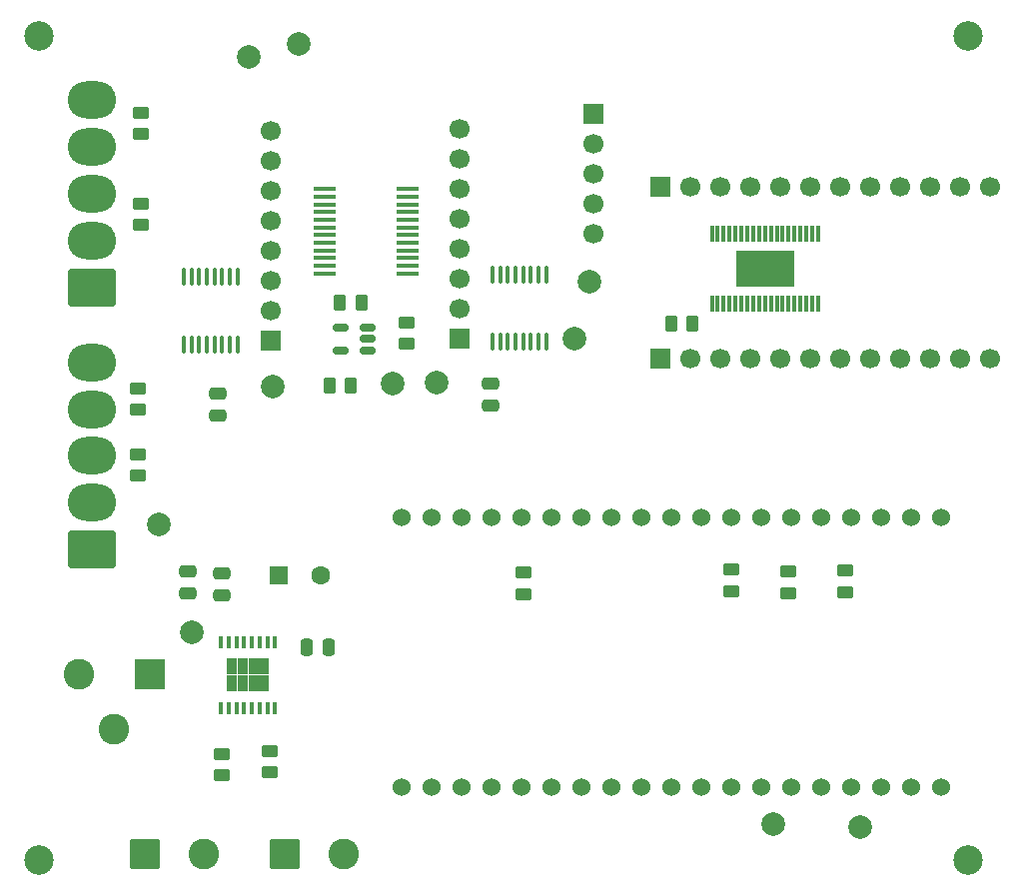
<source format=gbr>
%TF.GenerationSoftware,KiCad,Pcbnew,9.0.5*%
%TF.CreationDate,2025-11-07T06:39:15-08:00*%
%TF.ProjectId,SoftKeyboardController,536f6674-4b65-4796-926f-617264436f6e,v1.5*%
%TF.SameCoordinates,Original*%
%TF.FileFunction,Soldermask,Top*%
%TF.FilePolarity,Negative*%
%FSLAX46Y46*%
G04 Gerber Fmt 4.6, Leading zero omitted, Abs format (unit mm)*
G04 Created by KiCad (PCBNEW 9.0.5) date 2025-11-07 06:39:15*
%MOMM*%
%LPD*%
G01*
G04 APERTURE LIST*
G04 Aperture macros list*
%AMRoundRect*
0 Rectangle with rounded corners*
0 $1 Rounding radius*
0 $2 $3 $4 $5 $6 $7 $8 $9 X,Y pos of 4 corners*
0 Add a 4 corners polygon primitive as box body*
4,1,4,$2,$3,$4,$5,$6,$7,$8,$9,$2,$3,0*
0 Add four circle primitives for the rounded corners*
1,1,$1+$1,$2,$3*
1,1,$1+$1,$4,$5*
1,1,$1+$1,$6,$7*
1,1,$1+$1,$8,$9*
0 Add four rect primitives between the rounded corners*
20,1,$1+$1,$2,$3,$4,$5,0*
20,1,$1+$1,$4,$5,$6,$7,0*
20,1,$1+$1,$6,$7,$8,$9,0*
20,1,$1+$1,$8,$9,$2,$3,0*%
G04 Aperture macros list end*
%ADD10RoundRect,0.250000X-0.450000X0.262500X-0.450000X-0.262500X0.450000X-0.262500X0.450000X0.262500X0*%
%ADD11RoundRect,0.250000X0.450000X-0.262500X0.450000X0.262500X-0.450000X0.262500X-0.450000X-0.262500X0*%
%ADD12R,1.700000X1.700000*%
%ADD13C,1.700000*%
%ADD14RoundRect,0.250000X0.262500X0.450000X-0.262500X0.450000X-0.262500X-0.450000X0.262500X-0.450000X0*%
%ADD15R,2.600000X2.600000*%
%ADD16C,2.600000*%
%ADD17R,0.300000X1.450000*%
%ADD18R,4.900000X3.100000*%
%ADD19RoundRect,0.250000X-0.475000X0.250000X-0.475000X-0.250000X0.475000X-0.250000X0.475000X0.250000X0*%
%ADD20RoundRect,0.250000X1.800000X-1.330000X1.800000X1.330000X-1.800000X1.330000X-1.800000X-1.330000X0*%
%ADD21O,4.100000X3.160000*%
%ADD22RoundRect,0.250000X-1.050000X-1.050000X1.050000X-1.050000X1.050000X1.050000X-1.050000X1.050000X0*%
%ADD23RoundRect,0.100000X0.100000X-0.637500X0.100000X0.637500X-0.100000X0.637500X-0.100000X-0.637500X0*%
%ADD24C,2.500000*%
%ADD25RoundRect,0.250000X-0.262500X-0.450000X0.262500X-0.450000X0.262500X0.450000X-0.262500X0.450000X0*%
%ADD26C,2.000000*%
%ADD27RoundRect,0.250000X-0.550000X-0.550000X0.550000X-0.550000X0.550000X0.550000X-0.550000X0.550000X0*%
%ADD28C,1.600000*%
%ADD29C,1.524000*%
%ADD30RoundRect,0.250000X0.250000X0.475000X-0.250000X0.475000X-0.250000X-0.475000X0.250000X-0.475000X0*%
%ADD31RoundRect,0.150000X0.512500X0.150000X-0.512500X0.150000X-0.512500X-0.150000X0.512500X-0.150000X0*%
%ADD32R,0.450000X1.050000*%
%ADD33R,0.895000X1.470000*%
%ADD34RoundRect,0.100000X0.850000X0.100000X-0.850000X0.100000X-0.850000X-0.100000X0.850000X-0.100000X0*%
G04 APERTURE END LIST*
D10*
%TO.C,R6*%
X216154000Y-92231500D03*
X216154000Y-94056500D03*
%TD*%
D11*
%TO.C,R3*%
X172974000Y-109677500D03*
X172974000Y-107852500D03*
%TD*%
D12*
%TO.C,J2*%
X204470000Y-53647000D03*
D13*
X204470000Y-56187000D03*
X204470000Y-58727000D03*
X204470000Y-61267000D03*
X204470000Y-63807000D03*
%TD*%
D14*
%TO.C,R14*%
X184808500Y-69649000D03*
X182983500Y-69649000D03*
%TD*%
D15*
%TO.C,J1*%
X166830000Y-101091000D03*
D16*
X160830000Y-101091000D03*
X163830000Y-105791000D03*
%TD*%
D17*
%TO.C,IC1*%
X214494200Y-69654400D03*
X214994200Y-69654400D03*
X215494200Y-69654400D03*
X215994200Y-69654400D03*
X216494200Y-69654400D03*
X216994200Y-69654400D03*
X217494200Y-69654400D03*
X217994200Y-69654400D03*
X218494200Y-69654400D03*
X218994200Y-69654400D03*
X219494200Y-69654400D03*
X219994200Y-69654400D03*
X220494200Y-69654400D03*
X220994200Y-69654400D03*
X221494200Y-69654400D03*
X221994200Y-69654400D03*
X222494200Y-69654400D03*
X222994200Y-69654400D03*
X223494200Y-69654400D03*
X223494200Y-63804400D03*
X222994200Y-63804400D03*
X222494200Y-63804400D03*
X221994200Y-63804400D03*
X221494200Y-63804400D03*
X220994200Y-63804400D03*
X220494200Y-63804400D03*
X219994200Y-63804400D03*
X219494200Y-63804400D03*
X218994200Y-63804400D03*
X218494200Y-63804400D03*
X217994200Y-63804400D03*
X217494200Y-63804400D03*
X216994200Y-63804400D03*
X216494200Y-63804400D03*
X215994200Y-63804400D03*
X215494200Y-63804400D03*
X214994200Y-63804400D03*
X214494200Y-63804400D03*
D18*
X218994200Y-66729400D03*
%TD*%
D19*
%TO.C,C5*%
X195707000Y-76446000D03*
X195707000Y-78346000D03*
%TD*%
D20*
%TO.C,J10*%
X161910000Y-68298000D03*
D21*
X161910000Y-64338000D03*
X161910000Y-60378000D03*
X161910000Y-56418000D03*
X161910000Y-52458000D03*
%TD*%
D22*
%TO.C,J3*%
X166470000Y-116365000D03*
D16*
X171470000Y-116365000D03*
%TD*%
D23*
%TO.C,U3*%
X169739000Y-73157500D03*
X170389000Y-73157500D03*
X171039000Y-73157500D03*
X171689000Y-73157500D03*
X172339000Y-73157500D03*
X172989000Y-73157500D03*
X173639000Y-73157500D03*
X174289000Y-73157500D03*
X174289000Y-67432500D03*
X173639000Y-67432500D03*
X172989000Y-67432500D03*
X172339000Y-67432500D03*
X171689000Y-67432500D03*
X171039000Y-67432500D03*
X170389000Y-67432500D03*
X169739000Y-67432500D03*
%TD*%
D24*
%TO.C,H2*%
X157480000Y-116840000D03*
%TD*%
D25*
%TO.C,R7*%
X211027000Y-71427000D03*
X212852000Y-71427000D03*
%TD*%
D10*
%TO.C,R1*%
X198501000Y-92485500D03*
X198501000Y-94310500D03*
%TD*%
D11*
%TO.C,R4*%
X177038000Y-109423500D03*
X177038000Y-107598500D03*
%TD*%
%TO.C,R10*%
X165862000Y-78689500D03*
X165862000Y-76864500D03*
%TD*%
%TO.C,R9*%
X166116000Y-55321500D03*
X166116000Y-53496500D03*
%TD*%
D26*
%TO.C,TP7*%
X179451000Y-47678000D03*
%TD*%
D27*
%TO.C,C1*%
X177798349Y-92763000D03*
D28*
X181298349Y-92763000D03*
%TD*%
D22*
%TO.C,J4*%
X178328000Y-116365000D03*
D16*
X183328000Y-116365000D03*
%TD*%
D29*
%TO.C,ESP1*%
X233934000Y-87810000D03*
X231394000Y-87810000D03*
X228854000Y-87810000D03*
X226314000Y-87810000D03*
X223774000Y-87810000D03*
X221234000Y-87810000D03*
X218694000Y-87810000D03*
X216154000Y-87810000D03*
X213614000Y-87810000D03*
X211074000Y-87810000D03*
X208534000Y-87810000D03*
X205994000Y-87810000D03*
X203454000Y-87810000D03*
X200914000Y-87810000D03*
X198374000Y-87810000D03*
X195834000Y-87810000D03*
X193294000Y-87810000D03*
X190754000Y-87810000D03*
X188214000Y-87810000D03*
X188214000Y-110670000D03*
X190754000Y-110670000D03*
X193294000Y-110670000D03*
X195834000Y-110670000D03*
X198374000Y-110670000D03*
X200914000Y-110670000D03*
X203454000Y-110670000D03*
X205994000Y-110670000D03*
X208534000Y-110670000D03*
X211074000Y-110670000D03*
X213614000Y-110670000D03*
X216154000Y-110670000D03*
X218694000Y-110670000D03*
X221234000Y-110670000D03*
X223774000Y-110670000D03*
X226314000Y-110670000D03*
X228854000Y-110670000D03*
X231394000Y-110670000D03*
X233934000Y-110670000D03*
%TD*%
D26*
%TO.C,TP6*%
X202882500Y-72633500D03*
%TD*%
%TO.C,TP11*%
X170434000Y-97589000D03*
%TD*%
%TO.C,TP2*%
X191135000Y-76380000D03*
%TD*%
%TO.C,TP4*%
X219710000Y-113845000D03*
%TD*%
D10*
%TO.C,R5*%
X220980000Y-92382000D03*
X220980000Y-94207000D03*
%TD*%
D12*
%TO.C,J8*%
X177094000Y-72835000D03*
D13*
X177094000Y-70295000D03*
X177094000Y-67755000D03*
X177094000Y-65215000D03*
X177094000Y-62675000D03*
X177094000Y-60135000D03*
X177094000Y-57595000D03*
X177094000Y-55055000D03*
%TD*%
D25*
%TO.C,R13*%
X182094500Y-76634000D03*
X183919500Y-76634000D03*
%TD*%
D12*
%TO.C,J7*%
X193096400Y-72616800D03*
D13*
X193096400Y-70076800D03*
X193096400Y-67536800D03*
X193096400Y-64996800D03*
X193096400Y-62456800D03*
X193096400Y-59916800D03*
X193096400Y-57376800D03*
X193096400Y-54836800D03*
%TD*%
D30*
%TO.C,C6*%
X182052000Y-98859000D03*
X180152000Y-98859000D03*
%TD*%
D11*
%TO.C,R12*%
X188600200Y-73110600D03*
X188600200Y-71285600D03*
%TD*%
D24*
%TO.C,H1*%
X236220000Y-116840000D03*
%TD*%
D12*
%TO.C,J6*%
X210104200Y-74349400D03*
D13*
X212644200Y-74349400D03*
X215184200Y-74349400D03*
X217724200Y-74349400D03*
X220264200Y-74349400D03*
X222804200Y-74349400D03*
X225344200Y-74349400D03*
X227884200Y-74349400D03*
X230424200Y-74349400D03*
X232964200Y-74349400D03*
X235504200Y-74349400D03*
X238044200Y-74349400D03*
%TD*%
D19*
%TO.C,C3*%
X170058100Y-92376800D03*
X170058100Y-94276800D03*
%TD*%
D24*
%TO.C,H3*%
X157480000Y-46990000D03*
%TD*%
D26*
%TO.C,TP8*%
X175260000Y-48821000D03*
%TD*%
D23*
%TO.C,U2*%
X195901400Y-72939300D03*
X196551400Y-72939300D03*
X197201400Y-72939300D03*
X197851400Y-72939300D03*
X198501400Y-72939300D03*
X199151400Y-72939300D03*
X199801400Y-72939300D03*
X200451400Y-72939300D03*
X200451400Y-67214300D03*
X199801400Y-67214300D03*
X199151400Y-67214300D03*
X198501400Y-67214300D03*
X197851400Y-67214300D03*
X197201400Y-67214300D03*
X196551400Y-67214300D03*
X195901400Y-67214300D03*
%TD*%
D19*
%TO.C,C4*%
X172649000Y-77280000D03*
X172649000Y-79180000D03*
%TD*%
D26*
%TO.C,TP1*%
X187452000Y-76507000D03*
%TD*%
D19*
%TO.C,C2*%
X172979100Y-92514000D03*
X172979100Y-94414000D03*
%TD*%
D26*
%TO.C,TP10*%
X177292000Y-76761000D03*
%TD*%
D10*
%TO.C,R2*%
X225806000Y-92335000D03*
X225806000Y-94160000D03*
%TD*%
D26*
%TO.C,TP5*%
X204089000Y-67871000D03*
%TD*%
D20*
%TO.C,J9*%
X161910000Y-90523000D03*
D21*
X161910000Y-86563000D03*
X161910000Y-82603000D03*
X161910000Y-78643000D03*
X161910000Y-74683000D03*
%TD*%
D11*
%TO.C,R8*%
X166116000Y-63045000D03*
X166116000Y-61220000D03*
%TD*%
D24*
%TO.C,H4*%
X236220000Y-46990000D03*
%TD*%
D31*
%TO.C,U4*%
X185287500Y-73647000D03*
X185287500Y-72697000D03*
X185287500Y-71747000D03*
X183012500Y-71747000D03*
X183012500Y-73647000D03*
%TD*%
D11*
%TO.C,R11*%
X165862000Y-84277500D03*
X165862000Y-82452500D03*
%TD*%
D12*
%TO.C,J5*%
X210133200Y-59744400D03*
D13*
X212673200Y-59744400D03*
X215213200Y-59744400D03*
X217753200Y-59744400D03*
X220293200Y-59744400D03*
X222833200Y-59744400D03*
X225373200Y-59744400D03*
X227913200Y-59744400D03*
X230453200Y-59744400D03*
X232993200Y-59744400D03*
X235533200Y-59744400D03*
X238073200Y-59744400D03*
%TD*%
D32*
%TO.C,U6*%
X172912500Y-103947000D03*
X173562500Y-103947000D03*
X174212500Y-103947000D03*
X174862500Y-103947000D03*
X175512500Y-103947000D03*
X176162500Y-103947000D03*
X176812500Y-103947000D03*
X177462500Y-103947000D03*
X177462500Y-98397000D03*
X176812500Y-98397000D03*
X176162500Y-98397000D03*
X175512500Y-98397000D03*
X174862500Y-98397000D03*
X174212500Y-98397000D03*
X173562500Y-98397000D03*
X172912500Y-98397000D03*
D33*
X173845000Y-101907000D03*
X174740000Y-101907000D03*
X175635000Y-101907000D03*
X176530000Y-101907000D03*
X173845000Y-100437000D03*
X174740000Y-100437000D03*
X175635000Y-100437000D03*
X176530000Y-100437000D03*
%TD*%
D26*
%TO.C,TP9*%
X167640000Y-88445000D03*
%TD*%
%TO.C,TP3*%
X227076000Y-114099000D03*
%TD*%
D34*
%TO.C,U5*%
X188666000Y-67128000D03*
X188666000Y-66478000D03*
X188666000Y-65828000D03*
X188666000Y-65178000D03*
X188666000Y-64528000D03*
X188666000Y-63878000D03*
X188666000Y-63228000D03*
X188666000Y-62578000D03*
X188666000Y-61928000D03*
X188666000Y-61278000D03*
X188666000Y-60628000D03*
X188666000Y-59978000D03*
X181666000Y-59978000D03*
X181666000Y-60628000D03*
X181666000Y-61278000D03*
X181666000Y-61928000D03*
X181666000Y-62578000D03*
X181666000Y-63228000D03*
X181666000Y-63878000D03*
X181666000Y-64528000D03*
X181666000Y-65178000D03*
X181666000Y-65828000D03*
X181666000Y-66478000D03*
X181666000Y-67128000D03*
%TD*%
M02*

</source>
